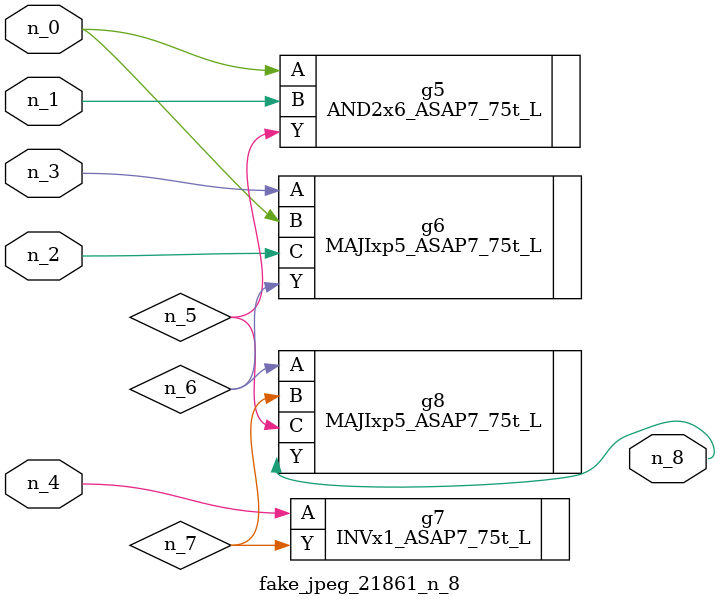
<source format=v>
module fake_jpeg_21861_n_8 (n_3, n_2, n_1, n_0, n_4, n_8);

input n_3;
input n_2;
input n_1;
input n_0;
input n_4;

output n_8;

wire n_6;
wire n_5;
wire n_7;

AND2x6_ASAP7_75t_L g5 ( 
.A(n_0),
.B(n_1),
.Y(n_5)
);

MAJIxp5_ASAP7_75t_L g6 ( 
.A(n_3),
.B(n_0),
.C(n_2),
.Y(n_6)
);

INVx1_ASAP7_75t_L g7 ( 
.A(n_4),
.Y(n_7)
);

MAJIxp5_ASAP7_75t_L g8 ( 
.A(n_6),
.B(n_7),
.C(n_5),
.Y(n_8)
);


endmodule
</source>
